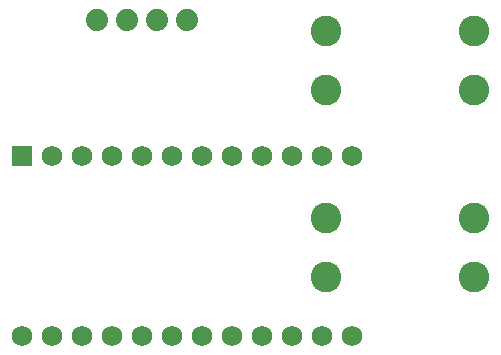
<source format=gts>
G04 Layer: TopSolderMaskLayer*
G04 EasyEDA v6.5.15, 2022-08-31 14:33:10*
G04 7f742d56b1564ff082f2a7d2e7a97bc1,d16243303ffc4a33bbfddbaf118a1a26,10*
G04 Gerber Generator version 0.2*
G04 Scale: 100 percent, Rotated: No, Reflected: No *
G04 Dimensions in millimeters *
G04 leading zeros omitted , absolute positions ,4 integer and 5 decimal *
%FSLAX45Y45*%
%MOMM*%

%ADD10C,2.6016*%
%ADD11C,1.8796*%
%ADD12R,1.7272X1.7272*%
%ADD13C,1.7272*%

%LPD*%
D10*
G01*
X4968389Y11357787D03*
G01*
X3718405Y11357787D03*
G01*
X4968389Y11857786D03*
G01*
X3718405Y11857786D03*
G01*
X4968389Y9770287D03*
G01*
X3718405Y9770287D03*
G01*
X4968389Y10270286D03*
G01*
X3718405Y10270286D03*
D11*
G01*
X1778000Y11950700D03*
G01*
X2032000Y11950700D03*
G01*
X2286000Y11950700D03*
G01*
X2540000Y11950700D03*
D12*
G01*
X1143000Y10795000D03*
D13*
G01*
X1397000Y10795000D03*
G01*
X1905000Y10795000D03*
G01*
X2159000Y10795000D03*
G01*
X2413000Y10795000D03*
G01*
X2667000Y10795000D03*
G01*
X2921000Y10795000D03*
G01*
X3175000Y10795000D03*
G01*
X3429000Y10795000D03*
G01*
X3683000Y10795000D03*
G01*
X3937000Y10795000D03*
G01*
X3937000Y9271000D03*
G01*
X3683000Y9271000D03*
G01*
X3429000Y9271000D03*
G01*
X3175000Y9271000D03*
G01*
X2921000Y9271000D03*
G01*
X2667000Y9271000D03*
G01*
X2413000Y9271000D03*
G01*
X2159000Y9271000D03*
G01*
X1905000Y9271000D03*
G01*
X1651000Y9271000D03*
G01*
X1397000Y9271000D03*
G01*
X1143000Y9271000D03*
G01*
X1651000Y10795000D03*
M02*

</source>
